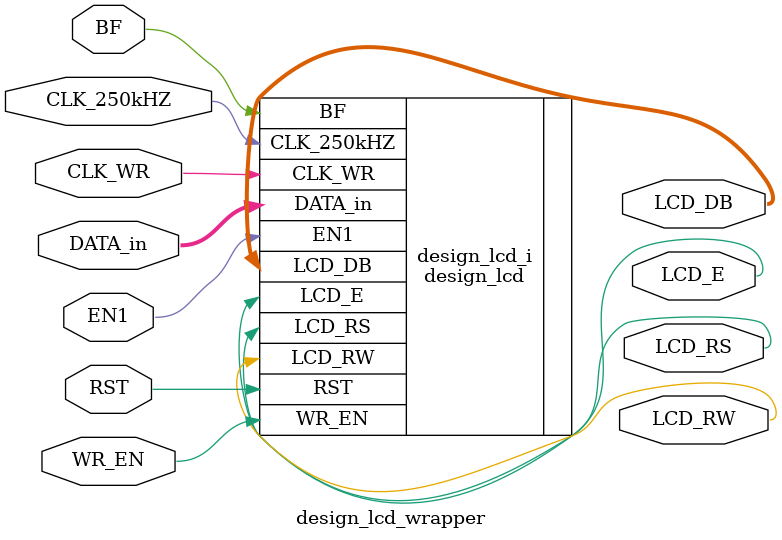
<source format=v>
`timescale 1 ps / 1 ps

module design_lcd_wrapper
   (BF,
    CLK_250kHZ,
    CLK_WR,
    DATA_in,
    EN1,
    LCD_DB,
    LCD_E,
    LCD_RS,
    LCD_RW,
    RST,
    WR_EN);
  input BF;
  input CLK_250kHZ;
  input CLK_WR;
  input [7:0]DATA_in;
  input EN1;
  output [7:0]LCD_DB;
  output LCD_E;
  output LCD_RS;
  output LCD_RW;
  input RST;
  input WR_EN;

  wire BF;
  wire CLK_250kHZ;
  wire CLK_WR;
  wire [7:0]DATA_in;
  wire EN1;
  wire [7:0]LCD_DB;
  wire LCD_E;
  wire LCD_RS;
  wire LCD_RW;
  wire RST;
  wire WR_EN;

  design_lcd design_lcd_i
       (.BF(BF),
        .CLK_250kHZ(CLK_250kHZ),
        .CLK_WR(CLK_WR),
        .DATA_in(DATA_in),
        .EN1(EN1),
        .LCD_DB(LCD_DB),
        .LCD_E(LCD_E),
        .LCD_RS(LCD_RS),
        .LCD_RW(LCD_RW),
        .RST(RST),
        .WR_EN(WR_EN));
endmodule

</source>
